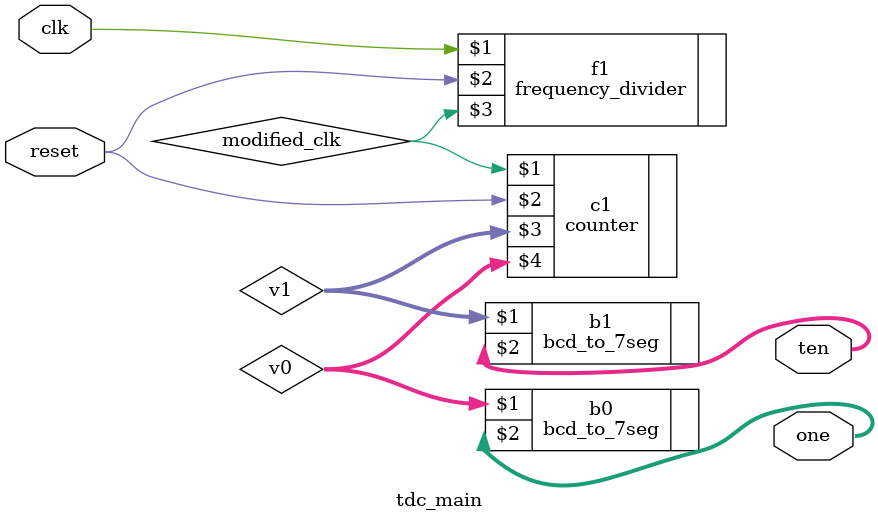
<source format=v>
`timescale 1ns / 1ps

module tdc_main(
    input clk,
    input reset,
    output [6:0] ten,
    output [6:0] one
    );
    wire modified_clk;
    frequency_divider f1(clk, reset, modified_clk);
    
    wire [3:0] v1;
    wire [3:0] v0;
    counter c1(modified_clk, reset, v1, v0);

    bcd_to_7seg b1(v1, ten);
    bcd_to_7seg b0(v0, one);
endmodule

</source>
